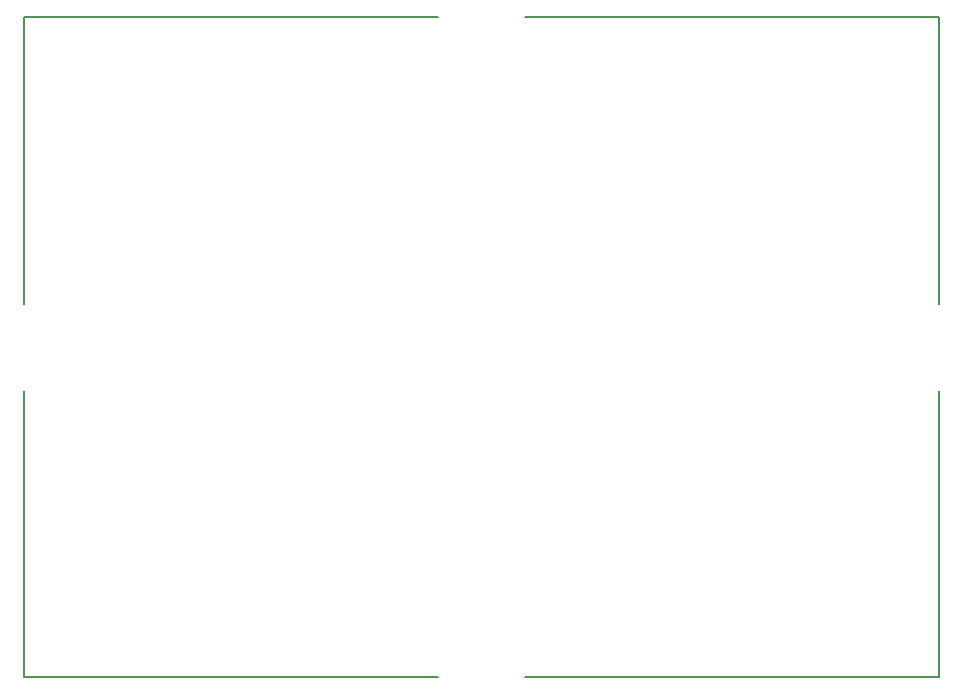
<source format=gbr>
G04 (created by PCBNEW (2013-07-07 BZR 4022)-stable) date 8/10/2016 12:18:07 AM*
%MOIN*%
G04 Gerber Fmt 3.4, Leading zero omitted, Abs format*
%FSLAX34Y34*%
G01*
G70*
G90*
G04 APERTURE LIST*
%ADD10C,0.00590551*%
%ADD11C,0.00787402*%
G04 APERTURE END LIST*
G54D10*
G54D11*
X57000Y-38500D02*
X57000Y-48050D01*
X70800Y-38500D02*
X57000Y-38500D01*
X87500Y-38500D02*
X73700Y-38500D01*
X87500Y-48050D02*
X87500Y-38500D01*
X87500Y-50950D02*
X87500Y-60500D01*
X73700Y-60500D02*
X87500Y-60500D01*
X57000Y-60500D02*
X57000Y-50950D01*
X70800Y-60500D02*
X57000Y-60500D01*
M02*

</source>
